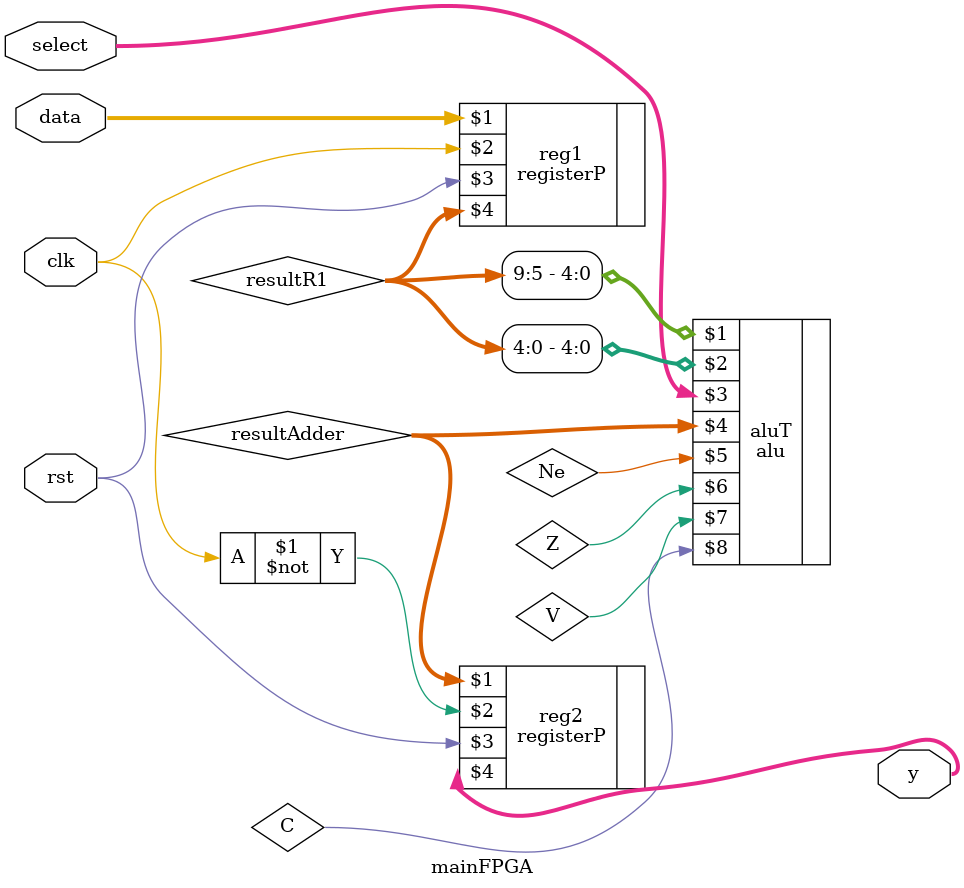
<source format=sv>
module mainFPGA(input logic clk, rst, input logic [9:0] data, input logic [3:0] select,output logic[9:0] y);

	logic [9:0] resultR1, resultAdder;

	registerP reg1(data, clk, rst, resultR1);
	
	alu #(10) aluT(resultR1[9:5], resultR1[4:0], select, resultAdder, Ne, Z, V, C);

	registerP reg2(resultAdder, ~clk, rst, y);

endmodule 
</source>
